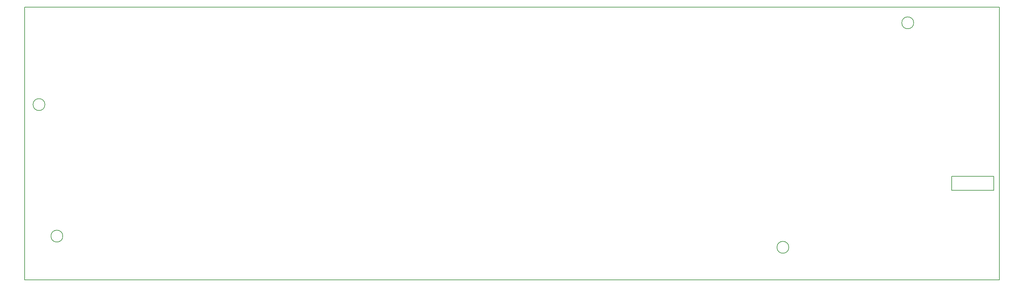
<source format=gm1>
G04 #@! TF.GenerationSoftware,KiCad,Pcbnew,7.0.2*
G04 #@! TF.CreationDate,2023-04-29T17:08:36+02:00*
G04 #@! TF.ProjectId,Tanuki_Ext_PCB,54616e75-6b69-45f4-9578-745f5043422e,rev?*
G04 #@! TF.SameCoordinates,Original*
G04 #@! TF.FileFunction,Profile,NP*
%FSLAX46Y46*%
G04 Gerber Fmt 4.6, Leading zero omitted, Abs format (unit mm)*
G04 Created by KiCad (PCBNEW 7.0.2) date 2023-04-29 17:08:36*
%MOMM*%
%LPD*%
G01*
G04 APERTURE LIST*
G04 #@! TA.AperFunction,Profile*
%ADD10C,0.200000*%
G04 #@! TD*
G04 APERTURE END LIST*
D10*
X27940000Y-82423000D02*
G75*
G03*
X27940000Y-82423000I-1616446J0D01*
G01*
X23079446Y-46609000D02*
G75*
G03*
X23079446Y-46609000I-1616446J0D01*
G01*
X259045446Y-24349446D02*
G75*
G03*
X259045446Y-24349446I-1616446J0D01*
G01*
X225136446Y-85471000D02*
G75*
G03*
X225136446Y-85471000I-1616446J0D01*
G01*
X17601911Y-20106726D02*
X282318045Y-20106726D01*
X282318045Y-94316527D01*
X17601911Y-94316527D01*
X17601911Y-20106726D01*
X280797000Y-69977000D02*
X269367000Y-69977000D01*
X269367000Y-69977000D02*
X269367000Y-66167000D01*
X269367000Y-66167000D02*
X280797000Y-66167000D01*
X280797000Y-66167000D02*
X280797000Y-69977000D01*
M02*

</source>
